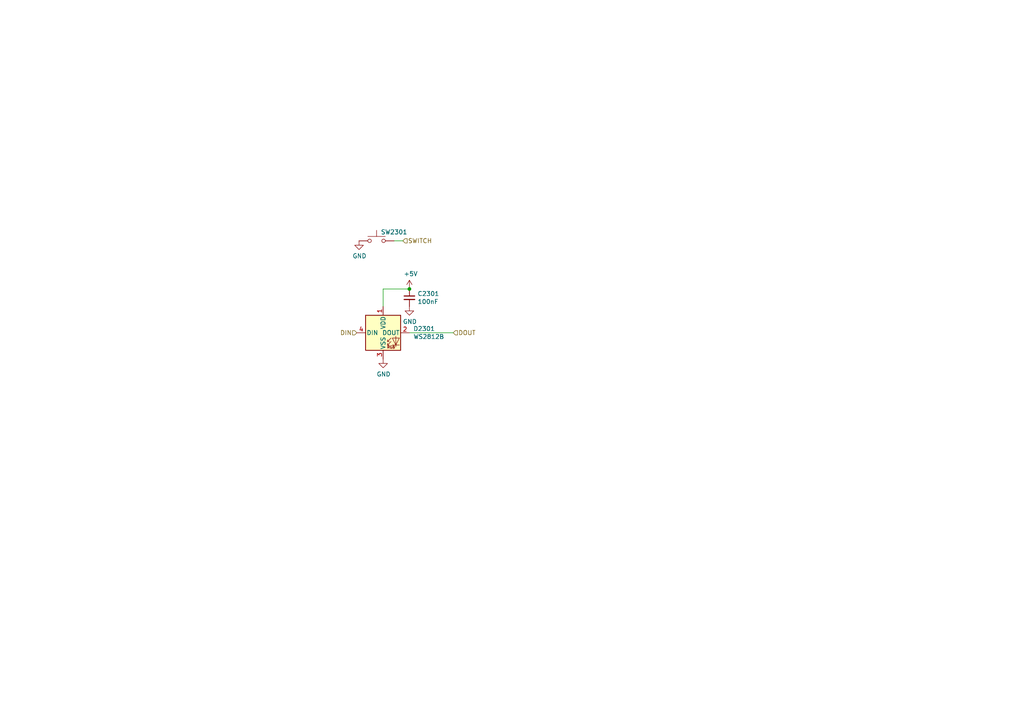
<source format=kicad_sch>
(kicad_sch (version 20211123) (generator eeschema)
  (paper "A4")
  (lib_symbols
    (symbol "Device:C_Small" (pin_numbers hide) (pin_names (offset 0.254) hide)
      (property "Reference" "C" (at 0.254 1.778 0))
      (property "Value" "C_Small" (at 0.254 -2.032 0))
      (symbol "C_Small_0_1"
        (polyline (pts (xy -1.524 -0.508) (xy 1.524 -0.508)) (stroke (width 0.3302)))
        (polyline (pts (xy -1.524 0.508) (xy 1.524 0.508)) (stroke (width 0.3048)))
      )
      (symbol "C_Small_1_1"
        (pin passive line (at 0 2.54 270) (length 2.032) (name "~") (number "1"))
        (pin passive line (at 0 -2.54 90) (length 2.032) (name "~") (number "2"))
      )
    )
    (symbol "LED:WS2812B" (pin_names (offset 0.254))
      (property "Reference" "D" (at 5.08 5.715 0))
      (property "Value" "WS2812B" (at 1.27 -5.715 0))
      (symbol "WS2812B_0_0"
        (text "RGB" (at 2.286 -4.191 0) (effects (font (size 0.762 0.762))))
      )
      (symbol "WS2812B_0_1"
        (polyline (pts (xy 1.27 -3.556) (xy 1.778 -3.556)))
        (polyline (pts (xy 1.27 -2.54) (xy 1.778 -2.54)))
        (polyline (pts (xy 4.699 -3.556) (xy 2.667 -3.556)))
        (polyline (pts (xy 2.286 -2.54) (xy 1.27 -3.556) (xy 1.27 -3.048)))
        (polyline (pts (xy 2.286 -1.524) (xy 1.27 -2.54) (xy 1.27 -2.032)))
        (polyline (pts (xy 3.683 -1.016) (xy 3.683 -3.556) (xy 3.683 -4.064)))
        (polyline (pts (xy 4.699 -1.524) (xy 2.667 -1.524) (xy 3.683 -3.556) (xy 4.699 -1.524)))
        (rectangle (start 5.08 5.08) (end -5.08 -5.08) (stroke (width 0.254)) (fill (type background)))
      )
      (symbol "WS2812B_1_1"
        (pin power_in line (at 0 7.62 270) (length 2.54) (name "VDD") (number "1"))
        (pin output line (at 7.62 0 180) (length 2.54) (name "DOUT") (number "2"))
        (pin power_in line (at 0 -7.62 90) (length 2.54) (name "VSS") (number "3"))
        (pin input line (at -7.62 0 0) (length 2.54) (name "DIN") (number "4"))
      )
    )
    (symbol "Switch:SW_Push" (pin_numbers hide) (pin_names (offset 1.016) hide)
      (property "Reference" "SW" (at 1.27 2.54 0))
      (property "Value" "SW_Push" (at 0 -1.524 0))
      (symbol "SW_Push_0_1"
        (circle (center -2.032 0) (radius 0.508))
        (polyline (pts (xy 0 1.27) (xy 0 3.048)))
        (polyline (pts (xy 2.54 1.27) (xy -2.54 1.27)))
        (circle (center 2.032 0) (radius 0.508))
        (pin passive line (at -5.08 0 0) (length 2.54) (name "1") (number "1"))
        (pin passive line (at 5.08 0 180) (length 2.54) (name "2") (number "2"))
      )
    )
    (symbol "power:+5V" (power) (pin_names (offset 0))
      (property "Value" "+5V" (at 0 3.556 0))
      (symbol "+5V_0_1"
        (polyline (pts (xy -0.762 1.27) (xy 0 2.54)))
        (polyline (pts (xy 0 0) (xy 0 2.54)))
        (polyline (pts (xy 0 2.54) (xy 0.762 1.27)))
      )
      (symbol "+5V_1_1"
        (pin power_in line (at 0 0 90) (length 0) hide (name "+5V") (number "1"))
      )
    )
    (symbol "power:GND" (power) (pin_names (offset 0))
      (property "Value" "GND" (at 0 -3.81 0))
      (symbol "GND_0_1"
        (polyline (pts (xy 0 0) (xy 0 -1.27) (xy 1.27 -1.27) (xy 0 -2.54) (xy -1.27 -1.27) (xy 0 -1.27)))
      )
      (symbol "GND_1_1"
        (pin power_in line (at 0 0 270) (length 0) hide (name "GND") (number "1"))
      )
    )
  )
  (junction (at 118.745 83.82))
  (wire (pts (xy 118.745 83.82) (xy 111.125 83.82)))
  (wire (pts (xy 114.3 69.85) (xy 116.84 69.85)))
  (wire (pts (xy 118.745 96.52) (xy 131.445 96.52)))
  (wire (pts (xy 111.125 83.82) (xy 111.125 88.9)))
  (hierarchical_label "DOUT" (shape input) (at 131.445 96.52 0))
  (hierarchical_label "DIN" (shape input) (at 103.505 96.52 180))
  (hierarchical_label "SWITCH" (shape input) (at 116.84 69.85 0))
  (symbol (lib_id "Device:C_Small") (at 118.745 86.36 0) (unit 1)
    (property "Reference" "C2301" (at 121.0818 85.1916 0) (effects (justify left)))
    (property "Value" "100nF" (at 121.0818 87.503 0) (effects (justify left)))
    (property "Footprint" "Capacitor_SMD:C_0603_1608Metric_Pad1.08x0.95mm_HandSolder" (effects hide))
  )
  (symbol (lib_id "power:GND") (at 118.745 88.9 0) (unit 1)
    (property "Reference" "#PWR02304" (effects hide))
    (property "Value" "GND" (at 118.872 93.2942 0))
  )
  (symbol (lib_id "power:GND") (at 104.14 69.85 0) (unit 1)
    (property "Reference" "#PWR02301" (effects hide))
    (property "Value" "GND" (at 104.267 74.2442 0))
  )
  (symbol (lib_id "Switch:SW_Push") (at 109.22 69.85 0) (unit 1)
    (property "Reference" "SW2301" (at 114.3 67.31 0))
    (property "Value" "SW_Push" (effects hide))
    (property "Footprint" "prettylib:Kailh_MX_Socket_LED" (effects hide))
  )
  (symbol (lib_id "power:+5V") (at 118.745 83.82 0) (unit 1)
    (property "Reference" "#PWR02303" (effects hide))
    (property "Value" "+5V" (at 119.126 79.4258 0))
  )
  (symbol (lib_id "power:GND") (at 111.125 104.14 0) (unit 1)
    (property "Reference" "#PWR02302" (effects hide))
    (property "Value" "GND" (at 111.252 108.5342 0))
  )
  (symbol (lib_id "LED:WS2812B") (at 111.125 96.52 0) (unit 1)
    (property "Reference" "D2301" (at 119.8626 95.3516 0) (effects (justify left)))
    (property "Value" "WS2812B" (at 119.8626 97.663 0) (effects (justify left)))
    (property "Footprint" "prettylib:MX_SK6812MINI-E" (effects hide))
    (property "Datasheet" "https://cdn-shop.adafruit.com/datasheets/WS2812B.pdf" (effects hide))
  )
)
</source>
